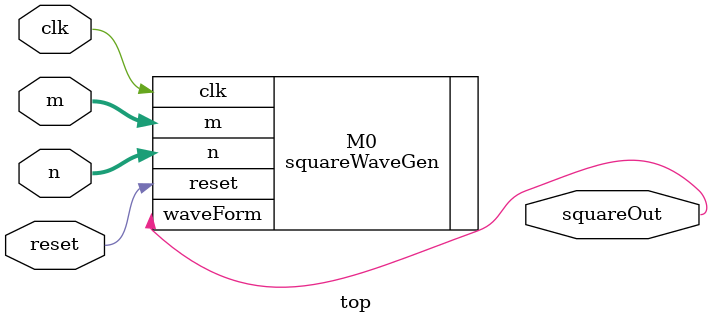
<source format=sv>
`timescale 1ns / 1ps


module top    
    (
        input logic clk, reset,
        input logic [3:0]m,
        input logic [3:0]n,
        output logic squareOut 
    );
    
    squareWaveGen M0 (.clk(clk), .reset(reset), .m(m), .n(n), .waveForm(squareOut));

endmodule
</source>
